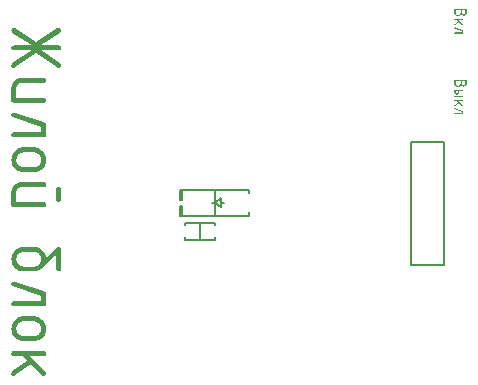
<source format=gto>
G04 Layer_Color=65535*
%FSLAX44Y44*%
%MOMM*%
G71*
G01*
G75*
%ADD19C,0.1500*%
%ADD20C,0.2000*%
G36*
X80734Y326456D02*
X105727Y318177D01*
X105805D01*
X105962Y318020D01*
X106274Y317864D01*
X106586Y317708D01*
X106899Y317396D01*
X107211Y317005D01*
X107367Y316615D01*
X107446Y316068D01*
Y307633D01*
Y307554D01*
Y307320D01*
X107367Y306930D01*
X107211Y306539D01*
X106899Y306227D01*
X106586Y305836D01*
X106040Y305602D01*
X105337Y305524D01*
X79718D01*
X79406Y305602D01*
X79015Y305758D01*
X78625Y306070D01*
X78312Y306383D01*
X78078Y306930D01*
X78000Y307633D01*
Y307711D01*
Y307945D01*
X78078Y308335D01*
X78234Y308648D01*
X78469Y309038D01*
X78859Y309429D01*
X79328Y309663D01*
X80031Y309741D01*
X103228D01*
Y314584D01*
X79406Y322472D01*
X79328D01*
X79172Y322551D01*
X78703Y322863D01*
X78469Y323175D01*
X78234Y323488D01*
X78078Y323878D01*
X78000Y324425D01*
Y324503D01*
Y324738D01*
X78078Y325128D01*
X78234Y325440D01*
X78547Y325831D01*
X78859Y326222D01*
X79406Y326456D01*
X80109Y326534D01*
X80343D01*
X80734Y326456D01*
D02*
G37*
G36*
X97604Y297010D02*
X98463Y296932D01*
X99479Y296698D01*
X100650Y296307D01*
X101900Y295839D01*
X103150Y295058D01*
X104321Y294042D01*
X104478Y293886D01*
X104790Y293496D01*
X105337Y292871D01*
X105884Y291933D01*
X106430Y290918D01*
X106977Y289590D01*
X107289Y288184D01*
X107446Y286622D01*
Y286544D01*
Y286388D01*
Y286154D01*
X107367Y285841D01*
X107289Y285060D01*
X107055Y284045D01*
X106743Y282795D01*
X106196Y281545D01*
X105415Y280296D01*
X104399Y279124D01*
X104243Y278968D01*
X103853Y278656D01*
X103228Y278187D01*
X102291Y277562D01*
X101197Y277015D01*
X99948Y276547D01*
X98542Y276234D01*
X96901Y276078D01*
X88076D01*
X87763Y276156D01*
X86904Y276234D01*
X85889Y276469D01*
X84717Y276859D01*
X83467Y277406D01*
X82218Y278187D01*
X81046Y279202D01*
X80890Y279359D01*
X80577Y279749D01*
X80109Y280374D01*
X79562Y281233D01*
X78937Y282327D01*
X78469Y283576D01*
X78156Y285060D01*
X78000Y286622D01*
Y286700D01*
Y286779D01*
Y287013D01*
X78078Y287325D01*
X78156Y288184D01*
X78390Y289200D01*
X78781Y290371D01*
X79250Y291621D01*
X80031Y292871D01*
X81046Y294042D01*
X81202Y294198D01*
X81593Y294511D01*
X82218Y294979D01*
X83155Y295526D01*
X84170Y296151D01*
X85498Y296620D01*
X86904Y296932D01*
X88466Y297088D01*
X97292D01*
X97604Y297010D01*
D02*
G37*
G36*
X106040Y355901D02*
X106430Y355745D01*
X106743Y355433D01*
X107133Y355120D01*
X107367Y354574D01*
X107446Y353871D01*
Y353793D01*
Y353558D01*
X107367Y353168D01*
X107211Y352777D01*
X106899Y352465D01*
X106586Y352074D01*
X106040Y351840D01*
X105337Y351762D01*
X86045D01*
X85732Y351684D01*
X85342Y351606D01*
X84873Y351449D01*
X84405Y351293D01*
X83858Y350981D01*
X83389Y350590D01*
X83311Y350512D01*
X83233Y350356D01*
X82999Y350122D01*
X82843Y349731D01*
X82608Y349341D01*
X82374Y348794D01*
X82296Y348247D01*
X82218Y347622D01*
Y339187D01*
X105649D01*
X106040Y339109D01*
X106430Y338953D01*
X106743Y338640D01*
X107133Y338328D01*
X107367Y337781D01*
X107446Y337078D01*
Y337000D01*
Y336766D01*
X107367Y336375D01*
X107211Y335985D01*
X106899Y335672D01*
X106586Y335282D01*
X106040Y335047D01*
X105337Y334969D01*
X79718D01*
X79406Y335047D01*
X79015Y335204D01*
X78625Y335516D01*
X78312Y335828D01*
X78078Y336375D01*
X78000Y337078D01*
Y347622D01*
Y347779D01*
X78078Y348169D01*
X78156Y348872D01*
X78312Y349653D01*
X78625Y350590D01*
X79015Y351606D01*
X79640Y352621D01*
X80421Y353558D01*
X80499Y353636D01*
X80890Y353949D01*
X81358Y354339D01*
X82062Y354730D01*
X82921Y355199D01*
X83936Y355589D01*
X85108Y355901D01*
X86357Y355979D01*
X105649D01*
X106040Y355901D01*
D02*
G37*
G36*
X453683Y330161D02*
X459925Y328093D01*
X459945D01*
X459984Y328054D01*
X460062Y328015D01*
X460140Y327976D01*
X460218Y327898D01*
X460296Y327801D01*
X460335Y327703D01*
X460354Y327567D01*
Y325460D01*
Y325440D01*
Y325382D01*
X460335Y325284D01*
X460296Y325187D01*
X460218Y325109D01*
X460140Y325011D01*
X460003Y324953D01*
X459827Y324933D01*
X453429D01*
X453351Y324953D01*
X453254Y324992D01*
X453156Y325070D01*
X453078Y325148D01*
X453019Y325284D01*
X453000Y325460D01*
Y325479D01*
Y325538D01*
X453019Y325635D01*
X453059Y325713D01*
X453117Y325811D01*
X453215Y325909D01*
X453332Y325967D01*
X453507Y325987D01*
X459301D01*
Y327196D01*
X453351Y329166D01*
X453332D01*
X453293Y329186D01*
X453176Y329264D01*
X453117Y329342D01*
X453059Y329420D01*
X453019Y329517D01*
X453000Y329654D01*
Y329673D01*
Y329732D01*
X453019Y329829D01*
X453059Y329907D01*
X453137Y330005D01*
X453215Y330103D01*
X453351Y330161D01*
X453527Y330181D01*
X453585D01*
X453683Y330161D01*
D02*
G37*
G36*
X118537Y397922D02*
X119005Y397766D01*
X119396Y397531D01*
X119786Y397141D01*
X120021Y396672D01*
X120099Y395969D01*
Y395891D01*
Y395813D01*
X119942Y395344D01*
X119708Y394798D01*
X119396Y394485D01*
X119083Y394251D01*
X102759Y383316D01*
X118224D01*
X118615Y383238D01*
X119005Y383082D01*
X119396Y382770D01*
X119786Y382457D01*
X120021Y381910D01*
X120099Y381207D01*
Y381129D01*
Y380895D01*
X120021Y380504D01*
X119864Y380114D01*
X119552Y379801D01*
X119239Y379411D01*
X118693Y379177D01*
X117990Y379099D01*
X102837D01*
X119083Y368320D01*
X119161D01*
X119239Y368164D01*
X119630Y367851D01*
X119942Y367305D01*
X120021Y366914D01*
X120099Y366524D01*
Y366446D01*
Y366367D01*
X120021Y365977D01*
X119786Y365508D01*
X119396Y365040D01*
X119318Y364962D01*
X119005Y364727D01*
X118537Y364493D01*
X117912Y364415D01*
X117833D01*
X117521Y364493D01*
X117131Y364571D01*
X116740Y364805D01*
X99010Y376599D01*
X81280Y364805D01*
X81202Y364727D01*
X80968Y364571D01*
X80577Y364493D01*
X80109Y364415D01*
X79953D01*
X79640Y364493D01*
X79093Y364649D01*
X78625Y365040D01*
X78547Y365118D01*
X78312Y365430D01*
X78078Y365899D01*
X78000Y366524D01*
Y366602D01*
Y366680D01*
X78078Y367149D01*
X78390Y367773D01*
X78547Y368086D01*
X78859Y368320D01*
X95183Y379099D01*
X79718D01*
X79406Y379177D01*
X79015Y379333D01*
X78625Y379645D01*
X78312Y379958D01*
X78078Y380504D01*
X78000Y381207D01*
Y381286D01*
Y381520D01*
X78078Y381910D01*
X78234Y382223D01*
X78547Y382613D01*
X78859Y383004D01*
X79406Y383238D01*
X80109Y383316D01*
X95261D01*
X78859Y394251D01*
X78703Y394329D01*
X78469Y394720D01*
X78156Y395266D01*
X78078Y395657D01*
X78000Y396047D01*
Y396125D01*
Y396360D01*
X78156Y396672D01*
X78312Y396985D01*
X78547Y397375D01*
X78937Y397688D01*
X79484Y397922D01*
X80187Y398000D01*
X80265D01*
X80499Y397922D01*
X80890Y397844D01*
X81280Y397688D01*
X99010Y385972D01*
X116740Y397766D01*
X116818D01*
X117052Y397844D01*
X117443Y397922D01*
X117833Y398000D01*
X118224D01*
X118537Y397922D01*
D02*
G37*
G36*
X118693Y263425D02*
X119083Y263269D01*
X119396Y262956D01*
X119786Y262644D01*
X120021Y262097D01*
X120099Y261394D01*
Y252959D01*
Y252881D01*
Y252647D01*
X120021Y252256D01*
X119864Y251866D01*
X119552Y251553D01*
X119239Y251163D01*
X118693Y250928D01*
X117990Y250850D01*
X117677D01*
X117287Y250928D01*
X116974Y251084D01*
X116584Y251397D01*
X116193Y251709D01*
X115959Y252256D01*
X115881Y252959D01*
Y261394D01*
Y261472D01*
Y261707D01*
X115959Y262097D01*
X116115Y262410D01*
X116428Y262800D01*
X116740Y263191D01*
X117287Y263425D01*
X117990Y263503D01*
X118302D01*
X118693Y263425D01*
D02*
G37*
G36*
X97604Y154000D02*
X98463Y153922D01*
X99479Y153688D01*
X100650Y153297D01*
X101900Y152828D01*
X103150Y152047D01*
X104321Y151032D01*
X104478Y150876D01*
X104790Y150485D01*
X105337Y149860D01*
X105884Y148923D01*
X106430Y147908D01*
X106977Y146580D01*
X107289Y145174D01*
X107446Y143612D01*
Y143534D01*
Y143378D01*
Y143143D01*
X107367Y142831D01*
X107289Y142050D01*
X107055Y141034D01*
X106743Y139785D01*
X106196Y138535D01*
X105415Y137285D01*
X104399Y136114D01*
X104243Y135958D01*
X103853Y135645D01*
X103228Y135177D01*
X102291Y134552D01*
X101197Y134005D01*
X99948Y133537D01*
X98542Y133224D01*
X96901Y133068D01*
X88076D01*
X87763Y133146D01*
X86904Y133224D01*
X85889Y133458D01*
X84717Y133849D01*
X83467Y134396D01*
X82218Y135177D01*
X81046Y136192D01*
X80890Y136348D01*
X80577Y136739D01*
X80109Y137364D01*
X79562Y138223D01*
X78937Y139316D01*
X78469Y140566D01*
X78156Y142050D01*
X78000Y143612D01*
Y143690D01*
Y143768D01*
Y144003D01*
X78078Y144315D01*
X78156Y145174D01*
X78390Y146189D01*
X78781Y147361D01*
X79250Y148611D01*
X80031Y149860D01*
X81046Y151032D01*
X81202Y151188D01*
X81593Y151501D01*
X82218Y151969D01*
X83155Y152516D01*
X84170Y153141D01*
X85498Y153609D01*
X86904Y153922D01*
X88466Y154078D01*
X97292D01*
X97604Y154000D01*
D02*
G37*
G36*
X106040Y124554D02*
X106430Y124398D01*
X106743Y124086D01*
X107133Y123773D01*
X107367Y123227D01*
X107446Y122524D01*
Y122446D01*
Y122211D01*
X107367Y121821D01*
X107211Y121430D01*
X106899Y121118D01*
X106586Y120727D01*
X106040Y120493D01*
X105337Y120415D01*
X93621D01*
X106821Y107215D01*
X106899Y107137D01*
X107133Y106825D01*
X107367Y106356D01*
X107446Y105731D01*
Y105653D01*
Y105419D01*
X107367Y105028D01*
X107211Y104638D01*
X106899Y104325D01*
X106586Y103935D01*
X106040Y103700D01*
X105337Y103622D01*
X105181D01*
X104868Y103700D01*
X104321Y103857D01*
X103853Y104247D01*
X94558Y113463D01*
X81280Y104013D01*
X81202Y103935D01*
X80890Y103778D01*
X80499Y103700D01*
X80031Y103622D01*
X79718D01*
X79406Y103700D01*
X79015Y103857D01*
X78625Y104169D01*
X78312Y104481D01*
X78078Y105028D01*
X78000Y105731D01*
Y105809D01*
Y105887D01*
X78078Y106356D01*
X78390Y106903D01*
X78547Y107215D01*
X78859Y107449D01*
X91512Y116510D01*
X87607Y120415D01*
X79718D01*
X79406Y120493D01*
X79015Y120649D01*
X78625Y120962D01*
X78312Y121274D01*
X78078Y121821D01*
X78000Y122524D01*
Y122602D01*
Y122836D01*
X78078Y123227D01*
X78234Y123539D01*
X78469Y123930D01*
X78859Y124320D01*
X79328Y124554D01*
X80031Y124633D01*
X105649D01*
X106040Y124554D01*
D02*
G37*
G36*
X80734Y183446D02*
X105727Y175166D01*
X105805D01*
X105962Y175010D01*
X106274Y174854D01*
X106586Y174698D01*
X106899Y174385D01*
X107211Y173995D01*
X107367Y173604D01*
X107446Y173058D01*
Y164622D01*
Y164544D01*
Y164310D01*
X107367Y163919D01*
X107211Y163529D01*
X106899Y163216D01*
X106586Y162826D01*
X106040Y162591D01*
X105337Y162513D01*
X79718D01*
X79406Y162591D01*
X79015Y162748D01*
X78625Y163060D01*
X78312Y163373D01*
X78078Y163919D01*
X78000Y164622D01*
Y164700D01*
Y164935D01*
X78078Y165325D01*
X78234Y165638D01*
X78469Y166028D01*
X78859Y166419D01*
X79328Y166653D01*
X80031Y166731D01*
X103228D01*
Y171574D01*
X79406Y179462D01*
X79328D01*
X79172Y179540D01*
X78703Y179853D01*
X78469Y180165D01*
X78234Y180478D01*
X78078Y180868D01*
X78000Y181415D01*
Y181493D01*
Y181727D01*
X78078Y182118D01*
X78234Y182430D01*
X78547Y182821D01*
X78859Y183211D01*
X79406Y183446D01*
X80109Y183524D01*
X80343D01*
X80734Y183446D01*
D02*
G37*
G36*
X106040Y267565D02*
X106430Y267408D01*
X106743Y267096D01*
X107133Y266784D01*
X107367Y266237D01*
X107446Y265534D01*
Y265456D01*
Y265222D01*
X107367Y264831D01*
X107211Y264440D01*
X106899Y264128D01*
X106586Y263738D01*
X106040Y263503D01*
X105337Y263425D01*
X86045D01*
X85732Y263347D01*
X85342Y263269D01*
X84873Y263113D01*
X84405Y262956D01*
X83858Y262644D01*
X83389Y262253D01*
X83311Y262175D01*
X83233Y262019D01*
X82999Y261785D01*
X82843Y261394D01*
X82608Y261004D01*
X82374Y260457D01*
X82296Y259910D01*
X82218Y259286D01*
Y250850D01*
X105649D01*
X106040Y250772D01*
X106430Y250616D01*
X106743Y250303D01*
X107133Y249991D01*
X107367Y249444D01*
X107446Y248741D01*
Y248663D01*
Y248429D01*
X107367Y248038D01*
X107211Y247648D01*
X106899Y247335D01*
X106586Y246945D01*
X106040Y246711D01*
X105337Y246632D01*
X79718D01*
X79406Y246711D01*
X79015Y246867D01*
X78625Y247179D01*
X78312Y247492D01*
X78078Y248038D01*
X78000Y248741D01*
Y259286D01*
Y259442D01*
X78078Y259832D01*
X78156Y260535D01*
X78312Y261316D01*
X78625Y262253D01*
X79015Y263269D01*
X79640Y264284D01*
X80421Y265222D01*
X80499Y265300D01*
X80890Y265612D01*
X81358Y266003D01*
X82062Y266393D01*
X82921Y266862D01*
X83936Y267252D01*
X85108Y267565D01*
X86357Y267643D01*
X105649D01*
X106040Y267565D01*
D02*
G37*
G36*
X118615Y212891D02*
X119005Y212735D01*
X119396Y212501D01*
X119786Y212110D01*
X120021Y211642D01*
X120099Y210938D01*
Y194068D01*
Y193990D01*
Y193755D01*
X120021Y193365D01*
X119864Y192974D01*
X119552Y192662D01*
X119239Y192271D01*
X118693Y192037D01*
X117990Y191959D01*
X117677D01*
X117287Y192037D01*
X116974Y192193D01*
X116584Y192506D01*
X116193Y192818D01*
X115959Y193365D01*
X115881Y194068D01*
Y206018D01*
X104712Y195396D01*
X104634Y195317D01*
X104556Y195239D01*
X104087Y194849D01*
X103306Y194302D01*
X102369Y193677D01*
X101197Y193053D01*
X99869Y192506D01*
X98463Y192115D01*
X97683Y191959D01*
X88076D01*
X87763Y192037D01*
X86904Y192115D01*
X85889Y192349D01*
X84717Y192740D01*
X83467Y193287D01*
X82218Y194068D01*
X81046Y195083D01*
X80890Y195239D01*
X80577Y195630D01*
X80109Y196255D01*
X79562Y197114D01*
X78937Y198207D01*
X78469Y199457D01*
X78156Y200941D01*
X78000Y202503D01*
Y202581D01*
Y202659D01*
Y202894D01*
X78078Y203206D01*
X78156Y204065D01*
X78390Y205081D01*
X78781Y206252D01*
X79250Y207502D01*
X80031Y208752D01*
X81046Y209923D01*
X81202Y210079D01*
X81593Y210392D01*
X82218Y210860D01*
X83155Y211407D01*
X84170Y212032D01*
X85498Y212501D01*
X86904Y212813D01*
X88466Y212969D01*
X97526D01*
X97917Y212891D01*
X98463Y212813D01*
X99088Y212657D01*
X100416Y212266D01*
X101197Y212032D01*
X101978Y211642D01*
X102759Y211251D01*
X103462Y210704D01*
X104243Y210079D01*
X104946Y209376D01*
X105571Y208517D01*
X106196Y207580D01*
X106274Y207502D01*
X106430Y207190D01*
X106586Y206721D01*
X106821Y206174D01*
X107055Y205549D01*
X107289Y204846D01*
X107367Y204065D01*
X107446Y203362D01*
X116662Y212579D01*
X116740Y212657D01*
X116974Y212735D01*
X117365Y212891D01*
X117912Y212969D01*
X118224D01*
X118615Y212891D01*
D02*
G37*
G36*
X460003Y337515D02*
X460101Y337476D01*
X460179Y337398D01*
X460276Y337320D01*
X460335Y337184D01*
X460354Y337008D01*
Y336989D01*
Y336930D01*
X460335Y336833D01*
X460296Y336735D01*
X460218Y336657D01*
X460140Y336559D01*
X460003Y336501D01*
X459827Y336481D01*
X456901D01*
X460198Y333185D01*
X460218Y333165D01*
X460276Y333087D01*
X460335Y332970D01*
X460354Y332814D01*
Y332795D01*
Y332736D01*
X460335Y332639D01*
X460296Y332541D01*
X460218Y332463D01*
X460140Y332365D01*
X460003Y332307D01*
X459827Y332287D01*
X459789D01*
X459711Y332307D01*
X459574Y332346D01*
X459457Y332443D01*
X457136Y334745D01*
X453819Y332385D01*
X453800Y332365D01*
X453722Y332326D01*
X453624Y332307D01*
X453507Y332287D01*
X453429D01*
X453351Y332307D01*
X453254Y332346D01*
X453156Y332424D01*
X453078Y332502D01*
X453019Y332639D01*
X453000Y332814D01*
Y332834D01*
Y332853D01*
X453019Y332970D01*
X453097Y333107D01*
X453137Y333185D01*
X453215Y333243D01*
X456375Y335506D01*
X455399Y336481D01*
X453429D01*
X453351Y336501D01*
X453254Y336540D01*
X453156Y336618D01*
X453078Y336696D01*
X453019Y336833D01*
X453000Y337008D01*
Y337028D01*
Y337086D01*
X453019Y337184D01*
X453059Y337262D01*
X453117Y337359D01*
X453215Y337457D01*
X453332Y337515D01*
X453507Y337535D01*
X459906D01*
X460003Y337515D01*
D02*
G37*
G36*
X463163Y354330D02*
X463261Y354291D01*
X463339Y354233D01*
X463436Y354135D01*
X463495Y354018D01*
X463514Y353843D01*
Y351209D01*
Y351190D01*
Y351151D01*
Y351092D01*
X463495Y351014D01*
X463475Y350819D01*
X463417Y350566D01*
X463339Y350253D01*
X463202Y349941D01*
X463007Y349629D01*
X462754Y349337D01*
X462715Y349298D01*
X462617Y349220D01*
X462461Y349103D01*
X462227Y348946D01*
X461954Y348810D01*
X461642Y348693D01*
X461291Y348615D01*
X460881Y348576D01*
X460764D01*
X460666Y348595D01*
X460432Y348634D01*
X460159Y348693D01*
X459827Y348810D01*
X459476Y348985D01*
X459320Y349103D01*
X459145Y349220D01*
X458989Y349376D01*
X458833Y349551D01*
X458813Y349532D01*
X458794Y349493D01*
X458735Y349415D01*
X458657Y349317D01*
X458579Y349200D01*
X458462Y349083D01*
X458326Y348946D01*
X458169Y348791D01*
X457974Y348654D01*
X457779Y348517D01*
X457565Y348400D01*
X457311Y348283D01*
X457057Y348186D01*
X456765Y348108D01*
X456472Y348069D01*
X456141Y348049D01*
X456024D01*
X455926Y348069D01*
X455809D01*
X455672Y348088D01*
X455380Y348166D01*
X455029Y348283D01*
X454658Y348439D01*
X454268Y348673D01*
X454092Y348829D01*
X453917Y348985D01*
Y349005D01*
X453878Y349025D01*
X453839Y349083D01*
X453780Y349142D01*
X453624Y349337D01*
X453468Y349610D01*
X453293Y349922D01*
X453137Y350312D01*
X453039Y350741D01*
X453019Y350975D01*
X453000Y351209D01*
Y353843D01*
Y353862D01*
Y353921D01*
X453019Y353999D01*
X453059Y354096D01*
X453117Y354194D01*
X453215Y354272D01*
X453332Y354330D01*
X453507Y354350D01*
X463066D01*
X463163Y354330D01*
D02*
G37*
G36*
X453683Y398569D02*
X459925Y396501D01*
X459945D01*
X459984Y396462D01*
X460062Y396423D01*
X460140Y396384D01*
X460218Y396306D01*
X460296Y396208D01*
X460335Y396111D01*
X460354Y395974D01*
Y393867D01*
Y393848D01*
Y393789D01*
X460335Y393692D01*
X460296Y393594D01*
X460218Y393516D01*
X460140Y393419D01*
X460003Y393360D01*
X459827Y393341D01*
X453429D01*
X453351Y393360D01*
X453254Y393399D01*
X453156Y393477D01*
X453078Y393555D01*
X453019Y393692D01*
X453000Y393867D01*
Y393887D01*
Y393946D01*
X453019Y394043D01*
X453059Y394121D01*
X453117Y394219D01*
X453215Y394316D01*
X453332Y394375D01*
X453507Y394394D01*
X459301D01*
Y395604D01*
X453351Y397574D01*
X453332D01*
X453293Y397593D01*
X453176Y397671D01*
X453117Y397749D01*
X453059Y397827D01*
X453019Y397925D01*
X453000Y398061D01*
Y398081D01*
Y398139D01*
X453019Y398237D01*
X453059Y398315D01*
X453137Y398413D01*
X453215Y398510D01*
X453351Y398569D01*
X453527Y398588D01*
X453585D01*
X453683Y398569D01*
D02*
G37*
G36*
X463163Y414330D02*
X463261Y414291D01*
X463339Y414233D01*
X463436Y414135D01*
X463495Y414018D01*
X463514Y413843D01*
Y411209D01*
Y411190D01*
Y411151D01*
Y411092D01*
X463495Y411014D01*
X463475Y410819D01*
X463417Y410566D01*
X463339Y410253D01*
X463202Y409941D01*
X463007Y409629D01*
X462754Y409337D01*
X462715Y409298D01*
X462617Y409220D01*
X462461Y409103D01*
X462227Y408946D01*
X461954Y408810D01*
X461642Y408693D01*
X461291Y408615D01*
X460881Y408576D01*
X460764D01*
X460666Y408595D01*
X460432Y408634D01*
X460159Y408693D01*
X459827Y408810D01*
X459476Y408985D01*
X459320Y409103D01*
X459145Y409220D01*
X458989Y409376D01*
X458833Y409551D01*
X458813Y409532D01*
X458794Y409493D01*
X458735Y409415D01*
X458657Y409317D01*
X458579Y409200D01*
X458462Y409083D01*
X458326Y408946D01*
X458169Y408791D01*
X457974Y408654D01*
X457779Y408517D01*
X457565Y408400D01*
X457311Y408283D01*
X457057Y408186D01*
X456765Y408108D01*
X456472Y408069D01*
X456141Y408049D01*
X456024D01*
X455926Y408069D01*
X455809D01*
X455672Y408088D01*
X455380Y408166D01*
X455029Y408283D01*
X454658Y408439D01*
X454268Y408673D01*
X454092Y408829D01*
X453917Y408985D01*
Y409005D01*
X453878Y409025D01*
X453839Y409083D01*
X453780Y409142D01*
X453624Y409337D01*
X453468Y409610D01*
X453293Y409922D01*
X453137Y410312D01*
X453039Y410741D01*
X453019Y410975D01*
X453000Y411209D01*
Y413843D01*
Y413862D01*
Y413921D01*
X453019Y413999D01*
X453059Y414096D01*
X453117Y414194D01*
X453215Y414272D01*
X453332Y414330D01*
X453507Y414350D01*
X463066D01*
X463163Y414330D01*
D02*
G37*
G36*
X460003Y340676D02*
X460101Y340636D01*
X460179Y340558D01*
X460276Y340480D01*
X460335Y340344D01*
X460354Y340168D01*
Y340149D01*
Y340090D01*
X460335Y339993D01*
X460296Y339895D01*
X460218Y339817D01*
X460140Y339720D01*
X460003Y339661D01*
X459827Y339642D01*
X453429D01*
X453351Y339661D01*
X453254Y339700D01*
X453156Y339778D01*
X453078Y339856D01*
X453019Y339993D01*
X453000Y340168D01*
Y340188D01*
Y340246D01*
X453019Y340344D01*
X453059Y340422D01*
X453117Y340519D01*
X453215Y340617D01*
X453332Y340676D01*
X453507Y340695D01*
X459906D01*
X460003Y340676D01*
D02*
G37*
G36*
Y345923D02*
X460101Y345884D01*
X460179Y345806D01*
X460276Y345728D01*
X460335Y345591D01*
X460354Y345416D01*
Y345396D01*
Y345338D01*
X460335Y345240D01*
X460296Y345143D01*
X460218Y345065D01*
X460140Y344967D01*
X460003Y344908D01*
X459827Y344889D01*
X457214D01*
Y343836D01*
Y343816D01*
Y343797D01*
Y343680D01*
X457174Y343523D01*
X457136Y343328D01*
X457057Y343094D01*
X456960Y342841D01*
X456804Y342587D01*
X456589Y342353D01*
X456570Y342334D01*
X456472Y342256D01*
X456355Y342158D01*
X456180Y342041D01*
X455965Y341924D01*
X455712Y341826D01*
X455419Y341748D01*
X455107Y341729D01*
X454951D01*
X454795Y341768D01*
X454580Y341807D01*
X454346Y341885D01*
X454092Y341982D01*
X453839Y342138D01*
X453605Y342353D01*
X453585Y342373D01*
X453507Y342470D01*
X453410Y342587D01*
X453312Y342763D01*
X453195Y342977D01*
X453097Y343231D01*
X453019Y343523D01*
X453000Y343836D01*
Y345416D01*
Y345435D01*
Y345494D01*
X453019Y345591D01*
X453059Y345669D01*
X453117Y345767D01*
X453215Y345864D01*
X453332Y345923D01*
X453507Y345942D01*
X459906D01*
X460003Y345923D01*
D02*
G37*
G36*
Y405923D02*
X460101Y405884D01*
X460179Y405806D01*
X460276Y405728D01*
X460335Y405591D01*
X460354Y405416D01*
Y405396D01*
Y405338D01*
X460335Y405240D01*
X460296Y405143D01*
X460218Y405065D01*
X460140Y404967D01*
X460003Y404908D01*
X459827Y404889D01*
X456901D01*
X460198Y401592D01*
X460218Y401573D01*
X460276Y401495D01*
X460335Y401378D01*
X460354Y401222D01*
Y401202D01*
Y401144D01*
X460335Y401046D01*
X460296Y400949D01*
X460218Y400871D01*
X460140Y400773D01*
X460003Y400714D01*
X459827Y400695D01*
X459789D01*
X459711Y400714D01*
X459574Y400754D01*
X459457Y400851D01*
X457136Y403153D01*
X453819Y400793D01*
X453800Y400773D01*
X453722Y400734D01*
X453624Y400714D01*
X453507Y400695D01*
X453429D01*
X453351Y400714D01*
X453254Y400754D01*
X453156Y400831D01*
X453078Y400910D01*
X453019Y401046D01*
X453000Y401222D01*
Y401241D01*
Y401261D01*
X453019Y401378D01*
X453097Y401514D01*
X453137Y401592D01*
X453215Y401651D01*
X456375Y403914D01*
X455399Y404889D01*
X453429D01*
X453351Y404908D01*
X453254Y404948D01*
X453156Y405026D01*
X453078Y405104D01*
X453019Y405240D01*
X453000Y405416D01*
Y405435D01*
Y405494D01*
X453019Y405591D01*
X453059Y405669D01*
X453117Y405767D01*
X453215Y405864D01*
X453332Y405923D01*
X453507Y405942D01*
X459906D01*
X460003Y405923D01*
D02*
G37*
%LPC*%
G36*
X96901Y292871D02*
X87997D01*
X87529Y292793D01*
X86904Y292636D01*
X86201Y292402D01*
X85498Y292090D01*
X84717Y291699D01*
X84014Y291074D01*
X83936Y290996D01*
X83702Y290762D01*
X83467Y290371D01*
X83155Y289825D01*
X82764Y289200D01*
X82530Y288419D01*
X82296Y287560D01*
X82218Y286622D01*
Y286544D01*
Y286154D01*
X82296Y285685D01*
X82452Y285060D01*
X82686Y284435D01*
X82999Y283654D01*
X83389Y282873D01*
X84014Y282170D01*
X84092Y282092D01*
X84326Y281858D01*
X84717Y281545D01*
X85264Y281233D01*
X85889Y280921D01*
X86670Y280608D01*
X87529Y280374D01*
X88466Y280296D01*
X97370D01*
X97839Y280374D01*
X98463Y280530D01*
X99088Y280764D01*
X99869Y281077D01*
X100650Y281545D01*
X101353Y282170D01*
X101432Y282248D01*
X101666Y282483D01*
X101978Y282873D01*
X102291Y283420D01*
X102603Y284045D01*
X102915Y284826D01*
X103150Y285685D01*
X103228Y286622D01*
Y286700D01*
Y287013D01*
X103150Y287560D01*
X102994Y288106D01*
X102759Y288809D01*
X102447Y289590D01*
X101978Y290371D01*
X101353Y291074D01*
X101275Y291152D01*
X101041Y291387D01*
X100650Y291621D01*
X100104Y291933D01*
X99479Y292324D01*
X98698Y292558D01*
X97839Y292793D01*
X96901Y292871D01*
D02*
G37*
G36*
Y149860D02*
X87997D01*
X87529Y149782D01*
X86904Y149626D01*
X86201Y149392D01*
X85498Y149079D01*
X84717Y148689D01*
X84014Y148064D01*
X83936Y147986D01*
X83702Y147752D01*
X83467Y147361D01*
X83155Y146814D01*
X82764Y146189D01*
X82530Y145408D01*
X82296Y144549D01*
X82218Y143612D01*
Y143534D01*
Y143143D01*
X82296Y142675D01*
X82452Y142050D01*
X82686Y141425D01*
X82999Y140644D01*
X83389Y139863D01*
X84014Y139160D01*
X84092Y139082D01*
X84326Y138848D01*
X84717Y138535D01*
X85264Y138223D01*
X85889Y137910D01*
X86670Y137598D01*
X87529Y137364D01*
X88466Y137285D01*
X97370D01*
X97839Y137364D01*
X98463Y137520D01*
X99088Y137754D01*
X99869Y138067D01*
X100650Y138535D01*
X101353Y139160D01*
X101432Y139238D01*
X101666Y139472D01*
X101978Y139863D01*
X102291Y140410D01*
X102603Y141034D01*
X102915Y141816D01*
X103150Y142675D01*
X103228Y143612D01*
Y143690D01*
Y144003D01*
X103150Y144549D01*
X102994Y145096D01*
X102759Y145799D01*
X102447Y146580D01*
X101978Y147361D01*
X101353Y148064D01*
X101275Y148142D01*
X101041Y148376D01*
X100650Y148611D01*
X100104Y148923D01*
X99479Y149314D01*
X98698Y149548D01*
X97839Y149782D01*
X96901Y149860D01*
D02*
G37*
G36*
Y208752D02*
X87997D01*
X87529Y208673D01*
X86904Y208517D01*
X86201Y208283D01*
X85498Y207971D01*
X84717Y207580D01*
X84014Y206955D01*
X83936Y206877D01*
X83702Y206643D01*
X83467Y206252D01*
X83155Y205706D01*
X82764Y205081D01*
X82530Y204300D01*
X82296Y203440D01*
X82218Y202503D01*
Y202425D01*
Y202034D01*
X82296Y201566D01*
X82452Y200941D01*
X82686Y200316D01*
X82999Y199535D01*
X83389Y198754D01*
X84014Y198051D01*
X84092Y197973D01*
X84326Y197739D01*
X84717Y197426D01*
X85264Y197114D01*
X85889Y196801D01*
X86670Y196489D01*
X87529Y196255D01*
X88466Y196177D01*
X97370D01*
X97839Y196255D01*
X98463Y196411D01*
X99088Y196645D01*
X99869Y196958D01*
X100650Y197426D01*
X101353Y198051D01*
X101432Y198129D01*
X101666Y198364D01*
X101978Y198754D01*
X102291Y199301D01*
X102603Y199926D01*
X102915Y200707D01*
X103150Y201566D01*
X103228Y202503D01*
Y202581D01*
Y202894D01*
X103150Y203440D01*
X102994Y203987D01*
X102759Y204690D01*
X102447Y205471D01*
X101978Y206252D01*
X101353Y206955D01*
X101275Y207033D01*
X101041Y207268D01*
X100650Y207502D01*
X100104Y207814D01*
X99479Y208205D01*
X98698Y208439D01*
X97839Y208673D01*
X96901Y208752D01*
D02*
G37*
G36*
X462461Y353297D02*
X459301D01*
Y351209D01*
Y351190D01*
Y351092D01*
X459320Y350975D01*
X459359Y350819D01*
X459418Y350663D01*
X459496Y350468D01*
X459593Y350273D01*
X459749Y350097D01*
X459769Y350078D01*
X459827Y350019D01*
X459925Y349941D01*
X460062Y349863D01*
X460237Y349785D01*
X460432Y349707D01*
X460647Y349649D01*
X460881Y349629D01*
X460998D01*
X461115Y349649D01*
X461271Y349688D01*
X461427Y349746D01*
X461622Y349824D01*
X461817Y349941D01*
X461993Y350097D01*
X462012Y350117D01*
X462071Y350176D01*
X462149Y350273D01*
X462227Y350410D01*
X462305Y350566D01*
X462383Y350761D01*
X462441Y350975D01*
X462461Y351209D01*
Y353297D01*
D02*
G37*
G36*
X458247D02*
X454053D01*
Y351209D01*
Y351190D01*
Y351170D01*
X454073Y351053D01*
X454092Y350897D01*
X454131Y350702D01*
X454210Y350468D01*
X454307Y350215D01*
X454463Y349961D01*
X454658Y349727D01*
X454678Y349707D01*
X454775Y349629D01*
X454892Y349532D01*
X455068Y349415D01*
X455282Y349298D01*
X455536Y349200D01*
X455829Y349122D01*
X456141Y349103D01*
X456297D01*
X456453Y349142D01*
X456648Y349181D01*
X456882Y349259D01*
X457136Y349356D01*
X457389Y349512D01*
X457623Y349727D01*
X457643Y349746D01*
X457721Y349844D01*
X457818Y349961D01*
X457935Y350136D01*
X458052Y350351D01*
X458150Y350605D01*
X458228Y350897D01*
X458247Y351209D01*
Y353297D01*
D02*
G37*
G36*
X462461Y413297D02*
X459301D01*
Y411209D01*
Y411190D01*
Y411092D01*
X459320Y410975D01*
X459359Y410819D01*
X459418Y410663D01*
X459496Y410468D01*
X459593Y410273D01*
X459749Y410098D01*
X459769Y410078D01*
X459827Y410019D01*
X459925Y409941D01*
X460062Y409863D01*
X460237Y409785D01*
X460432Y409707D01*
X460647Y409649D01*
X460881Y409629D01*
X460998D01*
X461115Y409649D01*
X461271Y409688D01*
X461427Y409746D01*
X461622Y409824D01*
X461817Y409941D01*
X461993Y410098D01*
X462012Y410117D01*
X462071Y410176D01*
X462149Y410273D01*
X462227Y410410D01*
X462305Y410566D01*
X462383Y410761D01*
X462441Y410975D01*
X462461Y411209D01*
Y413297D01*
D02*
G37*
G36*
X458247D02*
X454053D01*
Y411209D01*
Y411190D01*
Y411170D01*
X454073Y411053D01*
X454092Y410897D01*
X454131Y410702D01*
X454210Y410468D01*
X454307Y410215D01*
X454463Y409961D01*
X454658Y409727D01*
X454678Y409707D01*
X454775Y409629D01*
X454892Y409532D01*
X455068Y409415D01*
X455282Y409298D01*
X455536Y409200D01*
X455829Y409122D01*
X456141Y409103D01*
X456297D01*
X456453Y409142D01*
X456648Y409181D01*
X456882Y409259D01*
X457136Y409356D01*
X457389Y409512D01*
X457623Y409727D01*
X457643Y409746D01*
X457721Y409844D01*
X457818Y409961D01*
X457935Y410136D01*
X458052Y410351D01*
X458150Y410605D01*
X458228Y410897D01*
X458247Y411209D01*
Y413297D01*
D02*
G37*
G36*
X456160Y344889D02*
X454053D01*
Y343836D01*
Y343816D01*
Y343758D01*
X454073Y343680D01*
X454092Y343582D01*
X454131Y343465D01*
X454170Y343348D01*
X454249Y343211D01*
X454346Y343094D01*
X454366Y343075D01*
X454404Y343036D01*
X454463Y342997D01*
X454561Y342938D01*
X454678Y342880D01*
X454795Y342821D01*
X454951Y342802D01*
X455107Y342782D01*
X455185D01*
X455263Y342802D01*
X455360Y342821D01*
X455477Y342860D01*
X455594Y342919D01*
X455731Y342997D01*
X455848Y343094D01*
X455868Y343114D01*
X455907Y343153D01*
X455946Y343211D01*
X456004Y343309D01*
X456063Y343406D01*
X456121Y343543D01*
X456141Y343680D01*
X456160Y343836D01*
Y344889D01*
D02*
G37*
%LPD*%
D19*
X279210Y239000D02*
Y242000D01*
X222060Y239000D02*
X279210D01*
X222060D02*
Y247460D01*
Y252540D02*
Y261000D01*
X279210D01*
Y258000D02*
Y261000D01*
X250000Y239000D02*
Y261000D01*
Y250000D02*
X255080Y246190D01*
X250000Y250000D02*
X255080Y253810D01*
X247460Y250000D02*
X250000D01*
X255080D02*
X257620D01*
X255080Y246190D02*
Y253810D01*
X220790Y261000D02*
X222060D01*
X220790Y252540D02*
Y261000D01*
Y252540D02*
X222060D01*
X220790Y239000D02*
X222060D01*
X220790D02*
Y247460D01*
X222060D01*
X250700Y231080D02*
Y233000D01*
X225300D02*
X250700D01*
X225300Y231080D02*
Y233000D01*
Y219000D02*
Y220920D01*
Y219000D02*
X250700D01*
Y220920D01*
X238000Y219000D02*
Y233000D01*
D20*
X416000Y302000D02*
X444000D01*
X416000Y197700D02*
X444000D01*
Y302000D01*
X416000Y197700D02*
Y302000D01*
M02*

</source>
